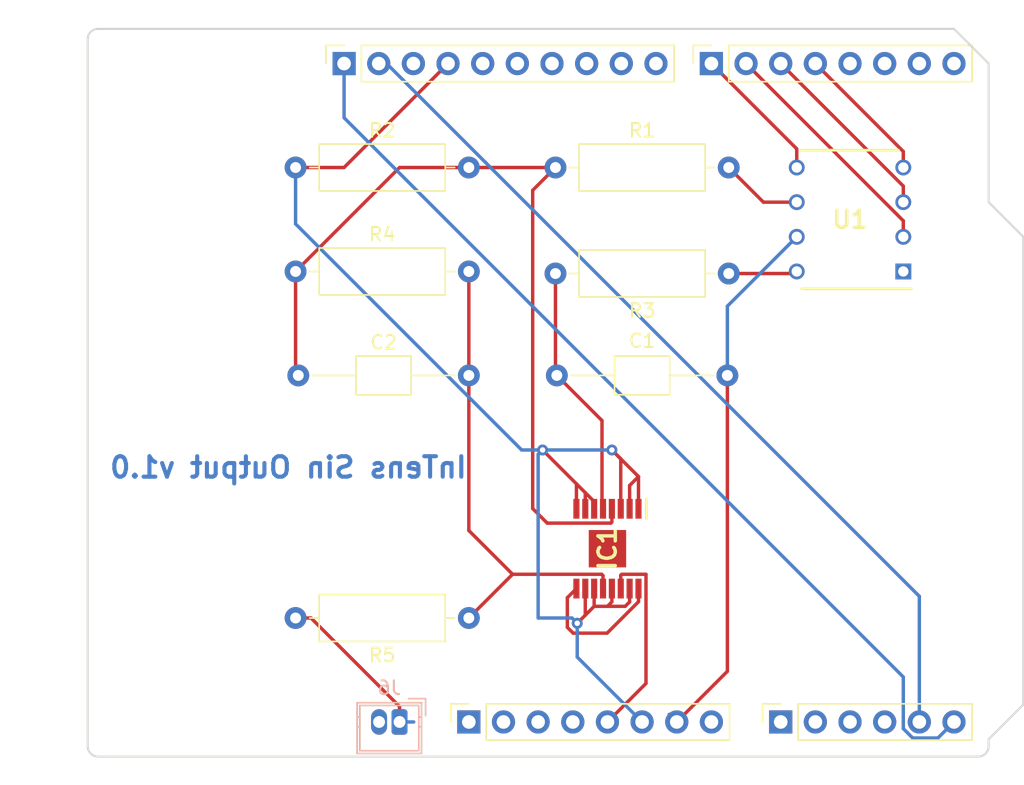
<source format=kicad_pcb>
(kicad_pcb (version 20221018) (generator pcbnew)
  (title_block (date "mar. 31 mars 2015"))
  (layers (0 "F.Cu" signal) (31 "B.Cu" signal) (34 "B.Paste" user) (35 "F.Paste" user) (36 "B.SilkS" user "B.Silkscreen") (37 "F.SilkS" user "F.Silkscreen") (38 "B.Mask" user) (39 "F.Mask" user) (44 "Edge.Cuts" user))
  (net 0 "")
  (net 1 "GND")
  (net 3 "+5V")
  (net 4 "/IOREF")
  (net 5 "/A0")
  (net 6 "/A1")
  (net 7 "/A2")
  (net 8 "/A3")
  (net 9 "/SDA{slash}A4")
  (net 10 "/SCL{slash}A5")
  (net 11 "/13")
  (net 12 "/12")
  (net 13 "/AREF")
  (net 14 "/8")
  (net 15 "/7")
  (net 16 "/*11")
  (net 17 "/*10")
  (net 18 "/*9")
  (net 19 "/4")
  (net 20 "/2")
  (net 21 "/*6")
  (net 22 "/*5")
  (net 23 "/TX{slash}1")
  (net 24 "/*3")
  (net 25 "/RX{slash}0")
  (net 26 "+3V3")
  (net 27 "VCC")
  (net 28 "/~{RESET}")
  (net 29 "Net-(IC1-+IN)")
  (net 30 "Net-(IC1--IN)")
  (net 31 "Net-(IC1-OUT)")
  (net 32 "Net-(IC1-~{OD})")
  (net 33 "Net-(J6-Pin_1)")
  (net 34 "Net-(U1-Vref)")
  (net 35 "Net-(U1-Vout)")
  (footprint "Connector_PinSocket_2.54mm:PinSocket_1x08_P2.54mm_Vertical" (layer "F.Cu") (at 127.94 97.46 90)
    (fp_text reference "J1" hide)
    (fp_text value "Power")
    (fp_line (start -1.33 1.27) (end -1.33 19.11) (stroke (width 0.12)) (layer "F.SilkS"))
    (fp_line (start -1.33 1.27) (end 1.33 1.27) (stroke (width 0.12)) (layer "F.SilkS"))
    (fp_line (start -1.33 19.11) (end 1.33 19.11) (stroke (width 0.12)) (layer "F.SilkS"))
    (fp_line (start 0 -1.33) (end 1.33 -1.33) (stroke (width 0.12)) (layer "F.SilkS"))
    (fp_line (start 1.33 -1.33) (end 1.33 0) (stroke (width 0.12)) (layer "F.SilkS"))
    (fp_line (start 1.33 1.27) (end 1.33 19.11) (stroke (width 0.12)) (layer "F.SilkS"))
    (pad "1" thru_hole rect locked (at 0 0 90) (size 1.7 1.7) (drill 1) (layers "*.Cu" "*.Mask"))
    (pad "2" thru_hole oval locked (at 0 2.54 90) (size 1.7 1.7) (drill 1) (layers "*.Cu" "*.Mask") (net 4 "/IOREF"))
    (pad "3" thru_hole oval locked (at 0 5.08 90) (size 1.7 1.7) (drill 1) (layers "*.Cu" "*.Mask") (net 28 "/~{RESET}"))
    (pad "4" thru_hole oval locked (at 0 7.62 90) (size 1.7 1.7) (drill 1) (layers "*.Cu" "*.Mask") (net 26 "+3V3"))
    (pad "5" thru_hole oval locked (at 0 10.16 90) (size 1.7 1.7) (drill 1) (layers "*.Cu" "*.Mask") (net 3 "+5V"))
    (pad "6" thru_hole oval locked (at 0 12.7 90) (size 1.7 1.7) (drill 1) (layers "*.Cu" "*.Mask") (net 1 "GND"))
    (pad "7" thru_hole oval locked (at 0 15.24 90) (size 1.7 1.7) (drill 1) (layers "*.Cu" "*.Mask") (net 1 "GND"))
    (pad "8" thru_hole oval locked (at 0 17.78 90) (size 1.7 1.7) (drill 1) (layers "*.Cu" "*.Mask") (net 27 "VCC"))
  )
  (footprint "Connector_PinSocket_2.54mm:PinSocket_1x06_P2.54mm_Vertical" (layer "F.Cu") (at 150.8 97.46 90)
    (fp_text reference "J3" hide)
    (fp_text value "Analog")
    (fp_line (start -1.33 1.27) (end -1.33 14.03) (stroke (width 0.12)) (layer "F.SilkS"))
    (fp_line (start -1.33 1.27) (end 1.33 1.27) (stroke (width 0.12)) (layer "F.SilkS"))
    (fp_line (start -1.33 14.03) (end 1.33 14.03) (stroke (width 0.12)) (layer "F.SilkS"))
    (fp_line (start 0 -1.33) (end 1.33 -1.33) (stroke (width 0.12)) (layer "F.SilkS"))
    (fp_line (start 1.33 -1.33) (end 1.33 0) (stroke (width 0.12)) (layer "F.SilkS"))
    (fp_line (start 1.33 1.27) (end 1.33 14.03) (stroke (width 0.12)) (layer "F.SilkS"))
    (pad "1" thru_hole rect locked (at 0 0 90) (size 1.7 1.7) (drill 1) (layers "*.Cu" "*.Mask") (net 5 "/A0"))
    (pad "2" thru_hole oval locked (at 0 2.54 90) (size 1.7 1.7) (drill 1) (layers "*.Cu" "*.Mask") (net 6 "/A1"))
    (pad "3" thru_hole oval locked (at 0 5.08 90) (size 1.7 1.7) (drill 1) (layers "*.Cu" "*.Mask") (net 7 "/A2"))
    (pad "4" thru_hole oval locked (at 0 7.62 90) (size 1.7 1.7) (drill 1) (layers "*.Cu" "*.Mask") (net 8 "/A3"))
    (pad "5" thru_hole oval locked (at 0 10.16 90) (size 1.7 1.7) (drill 1) (layers "*.Cu" "*.Mask") (net 9 "/SDA{slash}A4"))
    (pad "6" thru_hole oval locked (at 0 12.7 90) (size 1.7 1.7) (drill 1) (layers "*.Cu" "*.Mask") (net 10 "/SCL{slash}A5"))
  )
  (footprint "Connector_PinSocket_2.54mm:PinSocket_1x10_P2.54mm_Vertical" (layer "F.Cu") (at 118.796 49.2 90)
    (fp_text reference "J2" hide)
    (fp_text value "Digital/PWM")
    (fp_line (start -1.33 1.27) (end -1.33 24.19) (stroke (width 0.12)) (layer "F.SilkS"))
    (fp_line (start -1.33 1.27) (end 1.33 1.27) (stroke (width 0.12)) (layer "F.SilkS"))
    (fp_line (start -1.33 24.19) (end 1.33 24.19) (stroke (width 0.12)) (layer "F.SilkS"))
    (fp_line (start 0 -1.33) (end 1.33 -1.33) (stroke (width 0.12)) (layer "F.SilkS"))
    (fp_line (start 1.33 -1.33) (end 1.33 0) (stroke (width 0.12)) (layer "F.SilkS"))
    (fp_line (start 1.33 1.27) (end 1.33 24.19) (stroke (width 0.12)) (layer "F.SilkS"))
    (pad "1" thru_hole rect locked (at 0 0 90) (size 1.7 1.7) (drill 1) (layers "*.Cu" "*.Mask") (net 10 "/SCL{slash}A5"))
    (pad "2" thru_hole oval locked (at 0 2.54 90) (size 1.7 1.7) (drill 1) (layers "*.Cu" "*.Mask") (net 9 "/SDA{slash}A4"))
    (pad "3" thru_hole oval locked (at 0 5.08 90) (size 1.7 1.7) (drill 1) (layers "*.Cu" "*.Mask") (net 13 "/AREF"))
    (pad "4" thru_hole oval locked (at 0 7.62 90) (size 1.7 1.7) (drill 1) (layers "*.Cu" "*.Mask") (net 1 "GND"))
    (pad "5" thru_hole oval locked (at 0 10.16 90) (size 1.7 1.7) (drill 1) (layers "*.Cu" "*.Mask") (net 11 "/13"))
    (pad "6" thru_hole oval locked (at 0 12.7 90) (size 1.7 1.7) (drill 1) (layers "*.Cu" "*.Mask") (net 12 "/12"))
    (pad "7" thru_hole oval locked (at 0 15.24 90) (size 1.7 1.7) (drill 1) (layers "*.Cu" "*.Mask") (net 16 "/*11"))
    (pad "8" thru_hole oval locked (at 0 17.78 90) (size 1.7 1.7) (drill 1) (layers "*.Cu" "*.Mask") (net 17 "/*10"))
    (pad "9" thru_hole oval locked (at 0 20.32 90) (size 1.7 1.7) (drill 1) (layers "*.Cu" "*.Mask") (net 18 "/*9"))
    (pad "10" thru_hole oval locked (at 0 22.86 90) (size 1.7 1.7) (drill 1) (layers "*.Cu" "*.Mask") (net 14 "/8"))
  )
  (footprint "Connector_PinSocket_2.54mm:PinSocket_1x08_P2.54mm_Vertical" (layer "F.Cu") (at 145.72 49.2 90)
    (fp_text reference "J4" hide)
    (fp_text value "Digital/PWM")
    (fp_line (start -1.33 1.27) (end -1.33 19.11) (stroke (width 0.12)) (layer "F.SilkS"))
    (fp_line (start -1.33 1.27) (end 1.33 1.27) (stroke (width 0.12)) (layer "F.SilkS"))
    (fp_line (start -1.33 19.11) (end 1.33 19.11) (stroke (width 0.12)) (layer "F.SilkS"))
    (fp_line (start 0 -1.33) (end 1.33 -1.33) (stroke (width 0.12)) (layer "F.SilkS"))
    (fp_line (start 1.33 -1.33) (end 1.33 0) (stroke (width 0.12)) (layer "F.SilkS"))
    (fp_line (start 1.33 1.27) (end 1.33 19.11) (stroke (width 0.12)) (layer "F.SilkS"))
    (pad "1" thru_hole rect locked (at 0 0 90) (size 1.7 1.7) (drill 1) (layers "*.Cu" "*.Mask") (net 15 "/7"))
    (pad "2" thru_hole oval locked (at 0 2.54 90) (size 1.7 1.7) (drill 1) (layers "*.Cu" "*.Mask") (net 21 "/*6"))
    (pad "3" thru_hole oval locked (at 0 5.08 90) (size 1.7 1.7) (drill 1) (layers "*.Cu" "*.Mask") (net 22 "/*5"))
    (pad "4" thru_hole oval locked (at 0 7.62 90) (size 1.7 1.7) (drill 1) (layers "*.Cu" "*.Mask") (net 19 "/4"))
    (pad "5" thru_hole oval locked (at 0 10.16 90) (size 1.7 1.7) (drill 1) (layers "*.Cu" "*.Mask") (net 24 "/*3"))
    (pad "6" thru_hole oval locked (at 0 12.7 90) (size 1.7 1.7) (drill 1) (layers "*.Cu" "*.Mask") (net 20 "/2"))
    (pad "7" thru_hole oval locked (at 0 15.24 90) (size 1.7 1.7) (drill 1) (layers "*.Cu" "*.Mask") (net 23 "/TX{slash}1"))
    (pad "8" thru_hole oval locked (at 0 17.78 90) (size 1.7 1.7) (drill 1) (layers "*.Cu" "*.Mask") (net 25 "/RX{slash}0"))
  )
  (footprint "Resistor_THT:R_Axial_DIN0309_L9.0mm_D3.2mm_P12.70mm_Horizontal" (layer "F.Cu") (at 134.29 56.82)
    (fp_text reference "R1" (at 6.35 -2.72) (layer "F.SilkS"))
    (fp_text value "16.2kΩ")
    (fp_line (start 1.04 0) (end 1.73 0) (stroke (width 0.12)) (layer "F.SilkS"))
    (fp_line (start 1.73 -1.72) (end 1.73 1.72) (stroke (width 0.12)) (layer "F.SilkS"))
    (fp_line (start 1.73 1.72) (end 10.97 1.72) (stroke (width 0.12)) (layer "F.SilkS"))
    (fp_line (start 10.97 -1.72) (end 1.73 -1.72) (stroke (width 0.12)) (layer "F.SilkS"))
    (fp_line (start 10.97 1.72) (end 10.97 -1.72) (stroke (width 0.12)) (layer "F.SilkS"))
    (fp_line (start 11.66 0) (end 10.97 0) (stroke (width 0.12)) (layer "F.SilkS"))
    (pad "1" thru_hole circle (at 0 0) (size 1.6 1.6) (drill 0.8) (layers "*.Cu" "*.Mask") (net 30 "Net-(IC1--IN)"))
    (pad "2" thru_hole oval (at 12.7 0) (size 1.6 1.6) (drill 0.8) (layers "*.Cu" "*.Mask") (net 34 "Net-(U1-Vref)"))
  )
  (footprint "Resistor_THT:R_Axial_DIN0309_L9.0mm_D3.2mm_P12.70mm_Horizontal" (layer "F.Cu") (at 146.99 64.59 180)
    (fp_text reference "R3" (at 6.35 -2.72) (layer "F.SilkS"))
    (fp_text value "10kΩ")
    (fp_line (start 1.04 0) (end 1.73 0) (stroke (width 0.12)) (layer "F.SilkS"))
    (fp_line (start 1.73 -1.72) (end 1.73 1.72) (stroke (width 0.12)) (layer "F.SilkS"))
    (fp_line (start 1.73 1.72) (end 10.97 1.72) (stroke (width 0.12)) (layer "F.SilkS"))
    (fp_line (start 10.97 -1.72) (end 1.73 -1.72) (stroke (width 0.12)) (layer "F.SilkS"))
    (fp_line (start 10.97 1.72) (end 10.97 -1.72) (stroke (width 0.12)) (layer "F.SilkS"))
    (fp_line (start 11.66 0) (end 10.97 0) (stroke (width 0.12)) (layer "F.SilkS"))
    (pad "1" thru_hole circle (at 0 0 180) (size 1.6 1.6) (drill 0.8) (layers "*.Cu" "*.Mask") (net 35 "Net-(U1-Vout)"))
    (pad "2" thru_hole oval (at 12.7 0 180) (size 1.6 1.6) (drill 0.8) (layers "*.Cu" "*.Mask") (net 29 "Net-(IC1-+IN)"))
  )
  (footprint "MCP4921_Mouser:DIP781W56P254L950H533Q8N" (layer "F.Cu") (at 155.88 60.63 180)
    (fp_text reference "U1" (at 0 0) (layer "F.SilkS") (effects (font (size 1.27 1.27) (thickness 0.254))))
    (fp_text value "MCP4921" hide)
    (fp_line (start -4.485 -5.08) (end 3.556 -5.08) (stroke (width 0.2)) (layer "F.SilkS"))
    (fp_line (start -3.556 5.08) (end 3.556 5.08) (stroke (width 0.2)) (layer "F.SilkS"))
    (pad "1" thru_hole rect (at -3.905 -3.81 180) (size 1.159 1.159) (drill 0.759) (layers "*.Cu" "*.Mask") (net 3 "+5V"))
    (pad "2" thru_hole circle (at -3.905 -1.27 180) (size 1.159 1.159) (drill 0.759) (layers "*.Cu" "*.Mask") (net 21 "/*6"))
    (pad "3" thru_hole circle (at -3.905 1.27 180) (size 1.159 1.159) (drill 0.759) (layers "*.Cu" "*.Mask") (net 22 "/*5"))
    (pad "4" thru_hole circle (at -3.905 3.81 180) (size 1.159 1.159) (drill 0.759) (layers "*.Cu" "*.Mask") (net 19 "/4"))
    (pad "5" thru_hole circle (at 3.905 3.81 180) (size 1.159 1.159) (drill 0.759) (layers "*.Cu" "*.Mask") (net 15 "/7"))
    (pad "6" thru_hole circle (at 3.905 1.27 180) (size 1.159 1.159) (drill 0.759) (layers "*.Cu" "*.Mask") (net 34 "Net-(U1-Vref)"))
    (pad "7" thru_hole circle (at 3.905 -1.27 180) (size 1.159 1.159) (drill 0.759) (layers "*.Cu" "*.Mask") (net 1 "GND"))
    (pad "8" thru_hole circle (at 3.905 -3.81 180) (size 1.159 1.159) (drill 0.759) (layers "*.Cu" "*.Mask") (net 35 "Net-(U1-Vout)"))
  )
  (footprint "Resistor_THT:R_Axial_DIN0309_L9.0mm_D3.2mm_P12.70mm_Horizontal" (layer "F.Cu") (at 127.94 89.84 180)
    (fp_text reference "R5" (at 6.35 -2.72) (layer "F.SilkS"))
    (fp_text value "40kΩ")
    (fp_line (start 1.04 0) (end 1.73 0) (stroke (width 0.12)) (layer "F.SilkS"))
    (fp_line (start 1.73 -1.72) (end 1.73 1.72) (stroke (width 0.12)) (layer "F.SilkS"))
    (fp_line (start 1.73 1.72) (end 10.97 1.72) (stroke (width 0.12)) (layer "F.SilkS"))
    (fp_line (start 10.97 -1.72) (end 1.73 -1.72) (stroke (width 0.12)) (layer "F.SilkS"))
    (fp_line (start 10.97 1.72) (end 10.97 -1.72) (stroke (width 0.12)) (layer "F.SilkS"))
    (fp_line (start 11.66 0) (end 10.97 0) (stroke (width 0.12)) (layer "F.SilkS"))
    (pad "1" thru_hole circle (at 0 0 180) (size 1.6 1.6) (drill 0.8) (layers "*.Cu" "*.Mask") (net 31 "Net-(IC1-OUT)"))
    (pad "2" thru_hole oval (at 12.7 0 180) (size 1.6 1.6) (drill 0.8) (layers "*.Cu" "*.Mask") (net 33 "Net-(J6-Pin_1)"))
  )
  (footprint "Arduino_MountingHole:MountingHole_3.2mm" (layer "F.Cu") (at 115.24 49.2)
    (fp_text reference "MH1" hide)
    (fp_text value "MountingHole_3.2mm" hide)
    (pad "" np_thru_hole circle locked (at 0 0) (size 3.2 3.2) (drill 3.2) (layers "*.Cu" "*.Mask"))
  )
  (footprint "Capacitor_THT:C_Axial_L3.8mm_D2.6mm_P12.50mm_Horizontal" (layer "F.Cu") (at 115.44 72.06)
    (fp_text reference "C2" (at 6.25 -2.42) (layer "F.SilkS"))
    (fp_text value "10pF")
    (fp_line (start 1.04 0) (end 4.23 0) (stroke (width 0.12)) (layer "F.SilkS"))
    (fp_line (start 4.23 -1.42) (end 4.23 1.42) (stroke (width 0.12)) (layer "F.SilkS"))
    (fp_line (start 4.23 1.42) (end 8.27 1.42) (stroke (width 0.12)) (layer "F.SilkS"))
    (fp_line (start 8.27 -1.42) (end 4.23 -1.42) (stroke (width 0.12)) (layer "F.SilkS"))
    (fp_line (start 8.27 1.42) (end 8.27 -1.42) (stroke (width 0.12)) (layer "F.SilkS"))
    (fp_line (start 11.46 0) (end 8.27 0) (stroke (width 0.12)) (layer "F.SilkS"))
    (pad "1" thru_hole circle (at 0 0) (size 1.6 1.6) (drill 0.8) (layers "*.Cu" "*.Mask") (net 30 "Net-(IC1--IN)"))
    (pad "2" thru_hole oval (at 12.5 0) (size 1.6 1.6) (drill 0.8) (layers "*.Cu" "*.Mask") (net 31 "Net-(IC1-OUT)"))
  )
  (footprint "Capacitor_THT:C_Axial_L3.8mm_D2.6mm_P12.50mm_Horizontal" (layer "F.Cu") (at 134.39 72.06)
    (fp_text reference "C1" (at 6.25 -2.54) (layer "F.SilkS"))
    (fp_text value "470pF")
    (fp_line (start 1.04 0) (end 4.23 0) (stroke (width 0.12)) (layer "F.SilkS"))
    (fp_line (start 4.23 -1.42) (end 4.23 1.42) (stroke (width 0.12)) (layer "F.SilkS"))
    (fp_line (start 4.23 1.42) (end 8.27 1.42) (stroke (width 0.12)) (layer "F.SilkS"))
    (fp_line (start 8.27 -1.42) (end 4.23 -1.42) (stroke (width 0.12)) (layer "F.SilkS"))
    (fp_line (start 8.27 1.42) (end 8.27 -1.42) (stroke (width 0.12)) (layer "F.SilkS"))
    (fp_line (start 11.46 0) (end 8.27 0) (stroke (width 0.12)) (layer "F.SilkS"))
    (pad "1" thru_hole circle (at 0 0) (size 1.6 1.6) (drill 0.8) (layers "*.Cu" "*.Mask") (net 29 "Net-(IC1-+IN)"))
    (pad "2" thru_hole oval (at 12.5 0) (size 1.6 1.6) (drill 0.8) (layers "*.Cu" "*.Mask") (net 1 "GND"))
  )
  (footprint "LTC6090:SOP65P640X110-17N" (layer "F.Cu") (at 138.1 84.76 -90)
    (fp_text reference "IC1" (at 0 0 -90) (layer "F.SilkS") (effects (font (size 1.27 1.27) (thickness 0.254))))
    (fp_text value "LTC6090HFE#PBF" hide)
    (fp_line (start -3.65 -2.85) (end -2.2 -2.85) (stroke (width 0.2)) (layer "F.SilkS"))
    (pad "1" smd rect (at -2.925 -2.275) (size 0.45 1.45) (layers "F.Cu" "F.Paste" "F.Mask") (net 1 "GND"))
    (pad "2" smd rect (at -2.925 -1.625) (size 0.45 1.45) (layers "F.Cu" "F.Paste" "F.Mask") (net 1 "GND"))
    (pad "3" smd rect (at -2.925 -0.975) (size 0.45 1.45) (layers "F.Cu" "F.Paste" "F.Mask") (net 1 "GND"))
    (pad "4" smd rect (at -2.925 -0.325) (size 0.45 1.45) (layers "F.Cu" "F.Paste" "F.Mask") (net 30 "Net-(IC1--IN)"))
    (pad "5" smd rect (at -2.925 0.325) (size 0.45 1.45) (layers "F.Cu" "F.Paste" "F.Mask") (net 29 "Net-(IC1-+IN)"))
    (pad "6" smd rect (at -2.925 0.975) (size 0.45 1.45) (layers "F.Cu" "F.Paste" "F.Mask") (net 1 "GND"))
    (pad "7" smd rect (at -2.925 1.625) (size 0.45 1.45) (layers "F.Cu" "F.Paste" "F.Mask") (net 1 "GND"))
    (pad "8" smd rect (at -2.925 2.275) (size 0.45 1.45) (layers "F.Cu" "F.Paste" "F.Mask") (net 1 "GND"))
    (pad "9" smd rect (at 2.925 2.275) (size 0.45 1.45) (layers "F.Cu" "F.Paste" "F.Mask") (net 32 "Net-(IC1-~{OD})"))
    (pad "10" smd rect (at 2.925 1.625) (size 0.45 1.45) (layers "F.Cu" "F.Paste" "F.Mask") (net 1 "GND"))
    (pad "11" smd rect (at 2.925 0.975) (size 0.45 1.45) (layers "F.Cu" "F.Paste" "F.Mask") (net 1 "GND"))
    (pad "12" smd rect (at 2.925 0.325) (size 0.45 1.45) (layers "F.Cu" "F.Paste" "F.Mask") (net 31 "Net-(IC1-OUT)"))
    (pad "13" smd rect (at 2.925 -0.325) (size 0.45 1.45) (layers "F.Cu" "F.Paste" "F.Mask") (net 1 "GND"))
    (pad "14" smd rect (at 2.925 -0.975) (size 0.45 1.45) (layers "F.Cu" "F.Paste" "F.Mask") (net 3 "+5V"))
    (pad "15" smd rect (at 2.925 -1.625) (size 0.45 1.45) (layers "F.Cu" "F.Paste" "F.Mask") (net 1 "GND"))
    (pad "16" smd rect (at 2.925 -2.275) (size 0.45 1.45) (layers "F.Cu" "F.Paste" "F.Mask") (net 32 "Net-(IC1-~{OD})"))
    (pad "17" smd rect (at 0 0 270) (size 2.74 2.74) (layers "F.Cu" "F.Paste" "F.Mask") (net 1 "GND"))
  )
  (footprint "Resistor_THT:R_Axial_DIN0309_L9.0mm_D3.2mm_P12.70mm_Horizontal" (layer "F.Cu") (at 115.24 56.82)
    (fp_text reference "R2" (at 6.35 -2.72) (layer "F.SilkS"))
    (fp_text value "16.9kΩ")
    (fp_line (start 1.04 0) (end 1.73 0) (stroke (width 0.12)) (layer "F.SilkS"))
    (fp_line (start 1.73 -1.72) (end 1.73 1.72) (stroke (width 0.12)) (layer "F.SilkS"))
    (fp_line (start 1.73 1.72) (end 10.97 1.72) (stroke (width 0.12)) (layer "F.SilkS"))
    (fp_line (start 10.97 -1.72) (end 1.73 -1.72) (stroke (width 0.12)) (layer "F.SilkS"))
    (fp_line (start 10.97 1.72) (end 10.97 -1.72) (stroke (width 0.12)) (layer "F.SilkS"))
    (fp_line (start 11.66 0) (end 10.97 0) (stroke (width 0.12)) (layer "F.SilkS"))
    (pad "1" thru_hole circle (at 0 0) (size 1.6 1.6) (drill 0.8) (layers "*.Cu" "*.Mask") (net 1 "GND"))
    (pad "2" thru_hole oval (at 12.7 0) (size 1.6 1.6) (drill 0.8) (layers "*.Cu" "*.Mask") (net 30 "Net-(IC1--IN)"))
  )
  (footprint "Arduino_MountingHole:MountingHole_3.2mm" (layer "F.Cu") (at 113.97 97.46)
    (fp_text reference "MH2" hide)
    (fp_text value "MountingHole_3.2mm" hide)
    (pad "" np_thru_hole circle locked (at 0 0) (size 3.2 3.2) (drill 3.2) (layers "*.Cu" "*.Mask"))
  )
  (footprint "Arduino_MountingHole:MountingHole_3.2mm" (layer "F.Cu") (at 166.04 64.44)
    (fp_text reference "MH3" hide)
    (fp_text value "MountingHole_3.2mm" hide)
    (pad "" np_thru_hole circle locked (at 0 0) (size 3.2 3.2) (drill 3.2) (layers "*.Cu" "*.Mask"))
  )
  (footprint "Arduino_MountingHole:MountingHole_3.2mm" (layer "F.Cu") (at 166.04 92.38)
    (fp_text reference "MH4" hide)
    (fp_text value "MountingHole_3.2mm" hide)
    (pad "" np_thru_hole circle locked (at 0 0) (size 3.2 3.2) (drill 3.2) (layers "*.Cu" "*.Mask"))
  )
  (footprint "Resistor_THT:R_Axial_DIN0309_L9.0mm_D3.2mm_P12.70mm_Horizontal" (layer "F.Cu") (at 115.24 64.44)
    (fp_text reference "R4" (at 6.35 -2.72) (layer "F.SilkS"))
    (fp_text value "453kΩ ")
    (fp_line (start 1.04 0) (end 1.73 0) (stroke (width 0.12)) (layer "F.SilkS"))
    (fp_line (start 1.73 -1.72) (end 1.73 1.72) (stroke (width 0.12)) (layer "F.SilkS"))
    (fp_line (start 1.73 1.72) (end 10.97 1.72) (stroke (width 0.12)) (layer "F.SilkS"))
    (fp_line (start 10.97 -1.72) (end 1.73 -1.72) (stroke (width 0.12)) (layer "F.SilkS"))
    (fp_line (start 10.97 1.72) (end 10.97 -1.72) (stroke (width 0.12)) (layer "F.SilkS"))
    (fp_line (start 11.66 0) (end 10.97 0) (stroke (width 0.12)) (layer "F.SilkS"))
    (pad "1" thru_hole circle (at 0 0) (size 1.6 1.6) (drill 0.8) (layers "*.Cu" "*.Mask") (net 30 "Net-(IC1--IN)"))
    (pad "2" thru_hole oval (at 12.7 0) (size 1.6 1.6) (drill 0.8) (layers "*.Cu" "*.Mask") (net 31 "Net-(IC1-OUT)"))
  )
  (footprint "Connector_Wuerth:Wuerth_WR-WTB_64800211622_1x02_P1.50mm_Vertical" (layer "B.Cu") (at 122.86 97.46 180)
    (fp_text reference "J6" (at 0.75 2.5) (layer "B.SilkS") (effects (justify mirror)))
    (fp_text value "Conn_01x01_Socket")
    (fp_line (start -1.91 1.71) (end -1.91 0.46) (stroke (width 0.12)) (layer "B.SilkS"))
    (fp_line (start -1.61 -2.31) (end 3.11 -2.31) (stroke (width 0.12)) (layer "B.SilkS"))
    (fp_line (start -1.61 0.35) (end -1.41 0.35) (stroke (width 0.12)) (layer "B.SilkS"))
    (fp_line (start -1.61 1.41) (end -1.61 -2.31) (stroke (width 0.12)) (layer "B.SilkS"))
    (fp_line (start -1.41 -2.11) (end 2.91 -2.11) (stroke (width 0.12)) (layer "B.SilkS"))
    (fp_line (start -1.41 -0.35) (end -1.61 -0.35) (stroke (width 0.12)) (layer "B.SilkS"))
    (fp_line (start -1.41 -0.35) (end -1.41 -2.11) (stroke (width 0.12)) (layer "B.SilkS"))
    (fp_line (start -1.41 0.35) (end -1.41 -0.35) (stroke (width 0.12)) (layer "B.SilkS"))
    (fp_line (start -1.41 0.35) (end -1.41 1.21) (stroke (width 0.12)) (layer "B.SilkS"))
    (fp_line (start -1.41 1.21) (end 2.91 1.21) (stroke (width 0.12)) (layer "B.SilkS"))
    (fp_line (start -0.66 1.71) (end -1.91 1.71) (stroke (width 0.12)) (layer "B.SilkS"))
    (fp_line (start 2.91 -2.11) (end 2.91 -0.35) (stroke (width 0.12)) (layer "B.SilkS"))
    (fp_line (start 2.91 -0.35) (end 3.11 -0.35) (stroke (width 0.12)) (layer "B.SilkS"))
    (fp_line (start 2.91 0.35) (end 2.91 -0.35) (stroke (width 0.12)) (layer "B.SilkS"))
    (fp_line (start 2.91 0.35) (end 3.11 0.35) (stroke (width 0.12)) (layer "B.SilkS"))
    (fp_line (start 2.91 1.21) (end 2.91 0.35) (stroke (width 0.12)) (layer "B.SilkS"))
    (fp_line (start 3.11 -2.31) (end 3.11 1.41) (stroke (width 0.12)) (layer "B.SilkS"))
    (fp_line (start 3.11 1.41) (end -1.61 1.41) (stroke (width 0.12)) (layer "B.SilkS"))
    (pad "1" thru_hole roundrect (at 0 0 180) (size 1.17 1.87) (drill 0.87) (layers "*.Cu" "*.Mask") (roundrect_rratio 0.213675) (net 33 "Net-(J6-Pin_1)"))
    (pad "2" thru_hole oval (at 1.5 0 180) (size 1.17 1.87) (drill 0.87) (layers "*.Cu" "*.Mask"))
  )
  (gr_line (start 166.04 59.36) (end 168.58 61.9) (stroke (width 0.15)) (layer "Edge.Cuts"))
  (gr_line (start 100 99.238) (end 100 47.422) (stroke (width 0.15)) (layer "Edge.Cuts"))
  (gr_line (start 168.58 61.9) (end 168.58 96.19) (stroke (width 0.15)) (layer "Edge.Cuts"))
  (gr_line (start 165.278 100) (end 100.762 100) (stroke (width 0.15)) (layer "Edge.Cuts"))
  (gr_line (start 100.762 46.66) (end 163.5 46.66) (stroke (width 0.15)) (layer "Edge.Cuts"))
  (gr_arc (start 100.762 100) (mid 100.223185 99.776815) (end 100 99.238) (stroke (width 0.15)) (layer "Edge.Cuts"))
  (gr_line (start 168.58 96.19) (end 166.04 98.73) (stroke (width 0.15)) (layer "Edge.Cuts"))
  (gr_line (start 163.5 46.66) (end 166.04 49.2) (stroke (width 0.15)) (layer "Edge.Cuts"))
  (gr_arc (start 166.04 99.238) (mid 165.816815 99.776815) (end 165.278 100) (stroke (width 0.15)) (layer "Edge.Cuts"))
  (gr_line (start 166.04 49.2) (end 166.04 59.36) (stroke (width 0.15)) (layer "Edge.Cuts"))
  (gr_line (start 166.04 98.73) (end 166.04 99.238) (stroke (width 0.15)) (layer "Edge.Cuts"))
  (gr_arc (start 100 47.422) (mid 100.223185 46.883185) (end 100.762 46.66) (stroke (width 0.15)) (layer "Edge.Cuts"))
  (gr_text "InTens Sin Output v1.0" (at 127.94 79.68) (layer "B.Cu") (effects (font (size 1.5 1.5) (thickness 0.3) bold) (justify left bottom mirror)))
  (segment (start 118.796 56.82) (end 126.416 49.2) (width 0.25) (layer "F.Cu") (net 1))
  (segment (start 135.825 80.005) (end 133.345 77.525) (width 0.25) (layer "F.Cu") (net 1))
  (segment (start 139.725 80.125) (end 140.375 79.475) (width 0.25) (layer "F.Cu") (net 1))
  (segment (start 138.425 87.685) (end 138.425 88.66) (width 0.25) (layer "F.Cu") (net 1))
  (segment (start 139.725 88.66) (end 139.4 88.985) (width 0.25) (layer "F.Cu") (net 1))
  (segment (start 135.825 81.835) (end 135.825 80.005) (width 0.25) (layer "F.Cu") (net 1))
  (segment (start 142.63 96.91) (end 143.18 97.46) (width 0.25) (layer "F.Cu") (net 1))
  (segment (start 138.425 88.66) (end 138.1 88.985) (width 0.25) (layer "F.Cu") (net 1))
  (segment (start 137.125 88.985) (end 136.475 89.635) (width 0.25) (layer "F.Cu") (net 1))
  (segment (start 137.125 81.835) (end 137.125 81.305) (width 0.25) (layer "F.Cu") (net 1))
  (segment (start 138.1 88.985) (end 137.125 88.985) (width 0.25) (layer "F.Cu") (net 1))
  (segment (start 139.725 87.685) (end 139.725 88.66) (width 0.25) (layer "F.Cu") (net 1))
  (segment (start 146.89 93.75) (end 143.18 97.46) (width 0.25) (layer "F.Cu") (net 1))
  (segment (start 136.475 87.685) (end 136.475 89.635) (width 0.25) (layer "F.Cu") (net 1))
  (segment (start 139.075 78.175) (end 138.425 77.525) (width 0.25) (layer "F.Cu") (net 1))
  (segment (start 139.075 81.835) (end 139.075 78.175) (width 0.25) (layer "F.Cu") (net 1))
  (segment (start 137.125 81.305) (end 136.475 80.655) (width 0.25) (layer "F.Cu") (net 1))
  (segment (start 139.725 81.835) (end 139.725 80.125) (width 0.25) (layer "F.Cu") (net 1))
  (segment (start 115.24 56.82) (end 118.796 56.82) (width 0.25) (layer "F.Cu") (net 1))
  (segment (start 146.89 72.06) (end 146.89 93.75) (width 0.25) (layer "F.Cu") (net 1))
  (segment (start 140.375 79.475) (end 138.425 77.525) (width 0.25) (layer "F.Cu") (net 1))
  (segment (start 139.4 88.985) (end 138.1 88.985) (width 0.25) (layer "F.Cu") (net 1))
  (segment (start 136.475 80.655) (end 135.825 80.005) (width 0.25) (layer "F.Cu") (net 1))
  (segment (start 140.375 81.835) (end 140.375 79.475) (width 0.25) (layer "F.Cu") (net 1))
  (segment (start 136.475 81.835) (end 136.475 80.655) (width 0.25) (layer "F.Cu") (net 1))
  (segment (start 136.475 89.635) (end 135.885 90.225) (width 0.25) (layer "F.Cu") (net 1))
  (segment (start 137.125 87.685) (end 137.125 88.985) (width 0.25) (layer "F.Cu") (net 1))
  (via (at 135.885 90.225) (size 0.8) (drill 0.4) (layers "F.Cu" "B.Cu") (net 1))
  (via (at 138.425 77.525) (size 0.8) (drill 0.4) (layers "F.Cu" "B.Cu") (net 1))
  (via (at 133.345 77.525) (size 0.8) (drill 0.4) (layers "F.Cu" "B.Cu") (net 1))
  (segment (start 133.02 89.84) (end 135.5 89.84) (width 0.25) (layer "B.Cu") (net 1))
  (segment (start 131.814009 77.525) (end 115.24 60.950991) (width 0.25) (layer "B.Cu") (net 1))
  (segment (start 135.5 89.84) (end 135.885 90.225) (width 0.25) (layer "B.Cu") (net 1))
  (segment (start 151.975 61.9) (end 146.89 66.985) (width 0.25) (layer "B.Cu") (net 1))
  (segment (start 133.02 77.85) (end 133.02 89.84) (width 0.25) (layer "B.Cu") (net 1))
  (segment (start 135.885 92.705) (end 140.64 97.46) (width 0.25) (layer "B.Cu") (net 1))
  (segment (start 133.345 77.525) (end 131.814009 77.525) (width 0.25) (layer "B.Cu") (net 1))
  (segment (start 135.885 90.225) (end 135.885 92.705) (width 0.25) (layer "B.Cu") (net 1))
  (segment (start 133.345 77.525) (end 133.02 77.85) (width 0.25) (layer "B.Cu") (net 1))
  (segment (start 115.24 60.950991) (end 115.24 56.82) (width 0.25) (layer "B.Cu") (net 1))
  (segment (start 138.425 77.525) (end 133.345 77.525) (width 0.25) (layer "B.Cu") (net 1))
  (segment (start 146.89 66.985) (end 146.89 72.06) (width 0.25) (layer "B.Cu") (net 1))
  (segment (start 139.15 86.635) (end 140.925 86.635) (width 0.25) (layer "F.Cu") (net 3))
  (segment (start 139.075 86.71) (end 139.15 86.635) (width 0.25) (layer "F.Cu") (net 3))
  (segment (start 140.925 94.635) (end 138.1 97.46) (width 0.25) (layer "F.Cu") (net 3))
  (segment (start 140.925 86.635) (end 140.925 94.635) (width 0.25) (layer "F.Cu") (net 3))
  (segment (start 138.736396 97.46) (end 138.1 97.46) (width 0.25) (layer "F.Cu") (net 3))
  (segment (start 139.075 87.685) (end 139.075 86.71) (width 0.25) (layer "F.Cu") (net 3))
  (segment (start 160.96 88.249009) (end 160.96 97.46) (width 0.25) (layer "B.Cu") (net 9))
  (segment (start 121.910991 49.2) (end 160.96 88.249009) (width 0.25) (layer "B.Cu") (net 9))
  (segment (start 121.336 49.2) (end 121.910991 49.2) (width 0.25) (layer "B.Cu") (net 9))
  (segment (start 159.785 97.946701) (end 160.473299 98.635) (width 0.25) (layer "B.Cu") (net 10))
  (segment (start 162.325 98.635) (end 163.5 97.46) (width 0.25) (layer "B.Cu") (net 10))
  (segment (start 160.473299 98.635) (end 162.325 98.635) (width 0.25) (layer "B.Cu") (net 10))
  (segment (start 118.796 49.2) (end 118.796 53.176991) (width 0.25) (layer "B.Cu") (net 10))
  (segment (start 159.785 94.165991) (end 159.785 97.946701) (width 0.25) (layer "B.Cu") (net 10))
  (segment (start 118.796 53.176991) (end 159.785 94.165991) (width 0.25) (layer "B.Cu") (net 10))
  (segment (start 151.975 55.455) (end 145.72 49.2) (width 0.25) (layer "F.Cu") (net 15))
  (segment (start 151.975 56.82) (end 151.975 55.455) (width 0.25) (layer "F.Cu") (net 15))
  (segment (start 159.785 56.82) (end 159.785 55.645) (width 0.25) (layer "F.Cu") (net 19))
  (segment (start 159.785 55.645) (end 153.34 49.2) (width 0.25) (layer "F.Cu") (net 19))
  (segment (start 159.785 61.9) (end 159.785 60.725) (width 0.25) (layer "F.Cu") (net 21))
  (segment (start 159.785 60.725) (end 148.26 49.2) (width 0.25) (layer "F.Cu") (net 21))
  (segment (start 159.785 59.36) (end 159.785 58.185) (width 0.25) (layer "F.Cu") (net 22))
  (segment (start 159.785 58.185) (end 150.8 49.2) (width 0.25) (layer "F.Cu") (net 22))
  (segment (start 134.29 71.96) (end 134.39 72.06) (width 0.25) (layer "F.Cu") (net 29))
  (segment (start 137.775 81.835) (end 137.7 81.76) (width 0.25) (layer "F.Cu") (net 29))
  (segment (start 137.7 81.76) (end 137.7 75.37) (width 0.25) (layer "F.Cu") (net 29))
  (segment (start 134.29 64.59) (end 134.29 71.96) (width 0.25) (layer "F.Cu") (net 29))
  (segment (start 137.7 75.37) (end 134.39 72.06) (width 0.25) (layer "F.Cu") (net 29))
  (segment (start 133.685 82.885) (end 132.62 81.82) (width 0.25) (layer "F.Cu") (net 30))
  (segment (start 138.425 81.835) (end 138.425 82.81) (width 0.25) (layer "F.Cu") (net 30))
  (segment (start 132.62 81.82) (end 132.62 58.49) (width 0.25) (layer "F.Cu") (net 30))
  (segment (start 115.24 71.86) (end 115.44 72.06) (width 0.25) (layer "F.Cu") (net 30))
  (segment (start 138.35 82.885) (end 133.685 82.885) (width 0.25) (layer "F.Cu") (net 30))
  (segment (start 134.29 56.82) (end 127.94 56.82) (width 0.25) (layer "F.Cu") (net 30))
  (segment (start 127.94 56.82) (end 122.86 56.82) (width 0.25) (layer "F.Cu") (net 30))
  (segment (start 132.62 58.49) (end 134.29 56.82) (width 0.25) (layer "F.Cu") (net 30))
  (segment (start 122.86 56.82) (end 115.24 64.44) (width 0.25) (layer "F.Cu") (net 30))
  (segment (start 115.24 64.44) (end 115.24 71.86) (width 0.25) (layer "F.Cu") (net 30))
  (segment (start 138.425 82.81) (end 138.35 82.885) (width 0.25) (layer "F.Cu") (net 30))
  (segment (start 131.145 86.635) (end 127.94 89.84) (width 0.25) (layer "F.Cu") (net 31))
  (segment (start 137.775 87.685) (end 137.775 86.735) (width 0.25) (layer "F.Cu") (net 31))
  (segment (start 127.94 64.44) (end 127.94 72.06) (width 0.25) (layer "F.Cu") (net 31))
  (segment (start 137.775 86.735) (end 137.675 86.635) (width 0.25) (layer "F.Cu") (net 31))
  (segment (start 131.145 86.635) (end 127.94 83.43) (width 0.25) (layer "F.Cu") (net 31))
  (segment (start 127.94 83.43) (end 127.94 72.06) (width 0.25) (layer "F.Cu") (net 31))
  (segment (start 137.675 86.635) (end 131.145 86.635) (width 0.25) (layer "F.Cu") (net 31))
  (segment (start 135.16 90.525305) (end 135.584695 90.95) (width 0.25) (layer "F.Cu") (net 32))
  (segment (start 135.16 88.35) (end 135.16 90.525305) (width 0.25) (layer "F.Cu") (net 32))
  (segment (start 135.584695 90.95) (end 138.071396 90.95) (width 0.25) (layer "F.Cu") (net 32))
  (segment (start 140.375 88.646396) (end 140.375 87.685) (width 0.25) (layer "F.Cu") (net 32))
  (segment (start 138.071396 90.95) (end 140.375 88.646396) (width 0.25) (layer "F.Cu") (net 32))
  (segment (start 135.825 87.685) (end 135.16 88.35) (width 0.25) (layer "F.Cu") (net 32))
  (segment (start 116.37137 89.84) (end 122.86 96.32863) (width 0.25) (layer "F.Cu") (net 33))
  (segment (start 122.86 96.32863) (end 122.86 97.46) (width 0.25) (layer "F.Cu") (net 33))
  (segment (start 115.24 89.84) (end 116.37137 89.84) (width 0.25) (layer "F.Cu") (net 33))
  (segment (start 123.9 97.46) (end 122.86 97.46) (width 0.25) (layer "B.Cu") (net 33))
  (segment (start 151.975 59.36) (end 149.53 59.36) (width 0.25) (layer "F.Cu") (net 34))
  (segment (start 149.53 59.36) (end 146.99 56.82) (width 0.25) (layer "F.Cu") (net 34))
  (segment (start 146.99 64.59) (end 151.825 64.59) (width 0.25) (layer "F.Cu") (net 35))
  (segment (start 151.825 64.59) (end 151.975 64.44) (width 0.25) (layer "F.Cu") (net 35))
)
</source>
